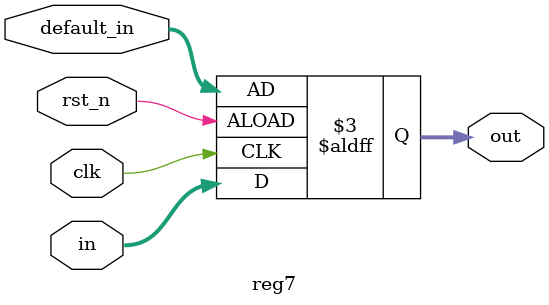
<source format=v>
module reg7 (
    input clk,
    input rst_n,
    input [6:0] in,
    input [6:0] default_in,
    output reg [6:0] out
);
    
    always @(posedge clk or negedge rst_n) begin
        if (!rst_n) out <= default_in;
        else out <= in;
    end
endmodule
</source>
